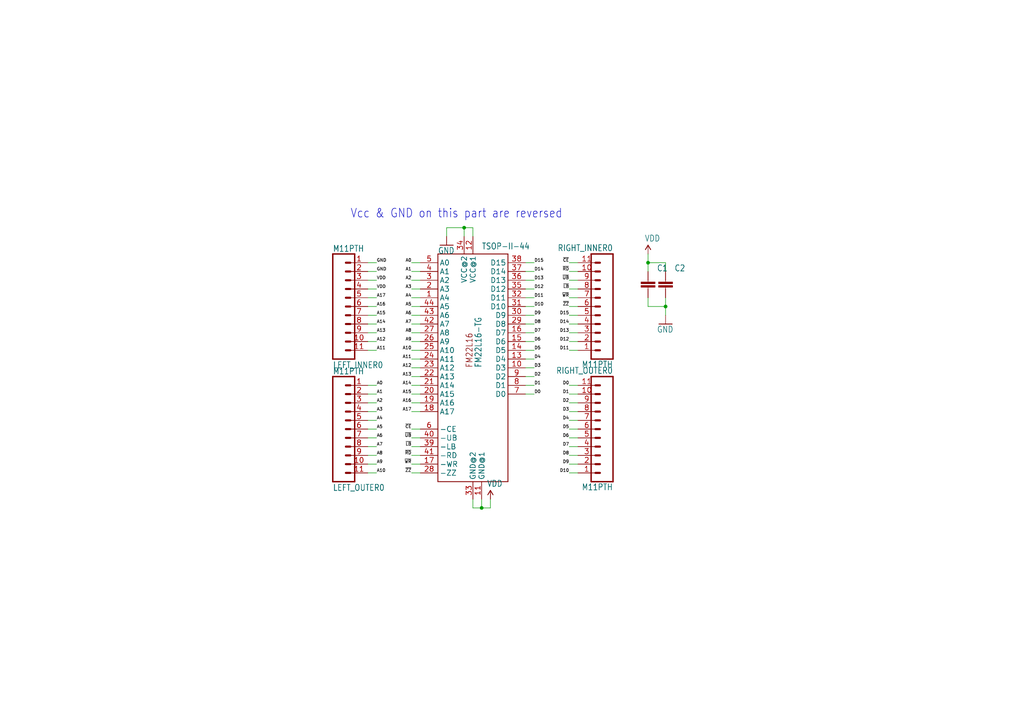
<source format=kicad_sch>
(kicad_sch (version 20250114) (generator "eeschema") (generator_version "9.0")
  (paper "A4")
  (lib_symbols
    (symbol "TSOP-II-44_v3-eagle-import:CAPACITOR_NPOL-0603"
      (property "Reference" "C" (at 2.54 5.08 0))
      (symbol "CAPACITOR_NPOL-0603_1_0"
        (rectangle (start -2.032 1.524) (end 2.032 2.032) (fill (type outline)))
        (rectangle (start -2.032 0.508) (end 2.032 1.016) (fill (type outline)))
        (polyline (pts (xy 0 2.54) (xy 0 2.032)) (stroke (width 0.1524)))
        (polyline (pts (xy 0 0) (xy 0 0.508)) (stroke (width 0.1524)))
        (pin passive line (at 0 5.08 270) (length 2.54) (name "1") (number "1"))
        (pin passive line (at 0 -2.54 90) (length 2.54) (name "2") (number "2"))
      )
    )
    (symbol "TSOP-II-44_v3-eagle-import:FM22L16-TG"
      (property "Reference" "IC" (at 2.54 24.13 0))
      (symbol "FM22L16-TG_1_0"
        (polyline (pts (xy -10.16 22.86) (xy -10.16 -43.18)) (stroke (width 0.254)))
        (polyline (pts (xy -10.16 -43.18) (xy 10.16 -43.18)) (stroke (width 0.254)))
        (polyline (pts (xy 10.16 22.86) (xy -10.16 22.86)) (stroke (width 0.254)))
        (polyline (pts (xy 10.16 -43.18) (xy 10.16 22.86)) (stroke (width 0.254)))
        (text "FM22L16" (at 0 -10.16 900) (effects (font (size 1.778 1.5113)) (justify left bottom)))
        (pin input line (at -15.24 20.32 0) (length 5.08) (name "A0") (number "5"))
        (pin input line (at -15.24 17.78 0) (length 5.08) (name "A1") (number "4"))
        (pin input line (at -15.24 15.24 0) (length 5.08) (name "A2") (number "3"))
        (pin input line (at -15.24 12.7 0) (length 5.08) (name "A3") (number "2"))
        (pin input line (at -15.24 10.16 0) (length 5.08) (name "A4") (number "1"))
        (pin input line (at -15.24 7.62 0) (length 5.08) (name "A5") (number "44"))
        (pin input line (at -15.24 5.08 0) (length 5.08) (name "A6") (number "43"))
        (pin input line (at -15.24 2.54 0) (length 5.08) (name "A7") (number "42"))
        (pin input line (at -15.24 0 0) (length 5.08) (name "A8") (number "27"))
        (pin input line (at -15.24 -2.54 0) (length 5.08) (name "A9") (number "26"))
        (pin input line (at -15.24 -5.08 0) (length 5.08) (name "A10") (number "25"))
        (pin input line (at -15.24 -7.62 0) (length 5.08) (name "A11") (number "24"))
        (pin input line (at -15.24 -10.16 0) (length 5.08) (name "A12") (number "23"))
        (pin input line (at -15.24 -12.7 0) (length 5.08) (name "A13") (number "22"))
        (pin input line (at -15.24 -15.24 0) (length 5.08) (name "A14") (number "21"))
        (pin input line (at -15.24 -17.78 0) (length 5.08) (name "A15") (number "20"))
        (pin input line (at -15.24 -20.32 0) (length 5.08) (name "A16") (number "19"))
        (pin input line (at -15.24 -22.86 0) (length 5.08) (name "A17") (number "18"))
        (pin input line (at -15.24 -27.94 0) (length 5.08) (name "-CE") (number "6"))
        (pin input line (at -15.24 -30.48 0) (length 5.08) (name "-UB") (number "40"))
        (pin input line (at -15.24 -33.02 0) (length 5.08) (name "-LB") (number "39"))
        (pin input line (at -15.24 -35.56 0) (length 5.08) (name "-RD") (number "41"))
        (pin input line (at -15.24 -38.1 0) (length 5.08) (name "-WR") (number "17"))
        (pin input line (at -15.24 -40.64 0) (length 5.08) (name "-ZZ") (number "28"))
        (pin power_in line (at -2.54 27.94 270) (length 5.08) (name "VCC@2") (number "34"))
        (pin power_in line (at 0 27.94 270) (length 5.08) (name "VCC@1") (number "12"))
        (pin power_in line (at 0 -48.26 90) (length 5.08) (name "GND@2") (number "33"))
        (pin power_in line (at 2.54 -48.26 90) (length 5.08) (name "GND@1") (number "11"))
        (pin bidirectional line (at 15.24 20.32 180) (length 5.08) (name "D15") (number "38"))
        (pin bidirectional line (at 15.24 17.78 180) (length 5.08) (name "D14") (number "37"))
        (pin bidirectional line (at 15.24 15.24 180) (length 5.08) (name "D13") (number "36"))
        (pin bidirectional line (at 15.24 12.7 180) (length 5.08) (name "D12") (number "35"))
        (pin bidirectional line (at 15.24 10.16 180) (length 5.08) (name "D11") (number "32"))
        (pin bidirectional line (at 15.24 7.62 180) (length 5.08) (name "D10") (number "31"))
        (pin bidirectional line (at 15.24 5.08 180) (length 5.08) (name "D9") (number "30"))
        (pin bidirectional line (at 15.24 2.54 180) (length 5.08) (name "D8") (number "29"))
        (pin bidirectional line (at 15.24 0 180) (length 5.08) (name "D7") (number "16"))
        (pin bidirectional line (at 15.24 -2.54 180) (length 5.08) (name "D6") (number "15"))
        (pin bidirectional line (at 15.24 -5.08 180) (length 5.08) (name "D5") (number "14"))
        (pin bidirectional line (at 15.24 -7.62 180) (length 5.08) (name "D4") (number "13"))
        (pin bidirectional line (at 15.24 -10.16 180) (length 5.08) (name "D3") (number "10"))
        (pin bidirectional line (at 15.24 -12.7 180) (length 5.08) (name "D2") (number "9"))
        (pin bidirectional line (at 15.24 -15.24 180) (length 5.08) (name "D1") (number "8"))
        (pin bidirectional line (at 15.24 -17.78 180) (length 5.08) (name "D0") (number "7"))
      )
    )
    (symbol "TSOP-II-44_v3-eagle-import:GND" (power)
      (symbol "GND_1_0"
        (polyline (pts (xy -1.905 0) (xy 1.905 0)) (stroke (width 0.254)))
        (pin power_in line (at 0 2.54 270) (length 2.54) (name "GND") (number "1"))
      )
    )
    (symbol "TSOP-II-44_v3-eagle-import:M11PTH"
      (property "Reference" "JP" (at 0 16.002 0))
      (symbol "M11PTH_1_0"
        (polyline (pts (xy 0 15.24) (xy 0 -15.24)) (stroke (width 0.4064)))
        (polyline (pts (xy 0 15.24) (xy 6.35 15.24)) (stroke (width 0.4064)))
        (polyline (pts (xy 3.81 12.7) (xy 5.08 12.7)) (stroke (width 0.6096)))
        (polyline (pts (xy 3.81 10.16) (xy 5.08 10.16)) (stroke (width 0.6096)))
        (polyline (pts (xy 3.81 7.62) (xy 5.08 7.62)) (stroke (width 0.6096)))
        (polyline (pts (xy 3.81 5.08) (xy 5.08 5.08)) (stroke (width 0.6096)))
        (polyline (pts (xy 3.81 2.54) (xy 5.08 2.54)) (stroke (width 0.6096)))
        (polyline (pts (xy 3.81 0) (xy 5.08 0)) (stroke (width 0.6096)))
        (polyline (pts (xy 3.81 -2.54) (xy 5.08 -2.54)) (stroke (width 0.6096)))
        (polyline (pts (xy 3.81 -5.08) (xy 5.08 -5.08)) (stroke (width 0.6096)))
        (polyline (pts (xy 3.81 -7.62) (xy 5.08 -7.62)) (stroke (width 0.6096)))
        (polyline (pts (xy 3.81 -10.16) (xy 5.08 -10.16)) (stroke (width 0.6096)))
        (polyline (pts (xy 3.81 -12.7) (xy 5.08 -12.7)) (stroke (width 0.6096)))
        (polyline (pts (xy 6.35 -15.24) (xy 0 -15.24)) (stroke (width 0.4064)))
        (polyline (pts (xy 6.35 -15.24) (xy 6.35 15.24)) (stroke (width 0.4064)))
        (pin passive line (at 10.16 12.7 180) (length 5.08) (name "11") (number "11"))
        (pin passive line (at 10.16 10.16 180) (length 5.08) (name "10") (number "10"))
        (pin passive line (at 10.16 7.62 180) (length 5.08) (name "9") (number "9"))
        (pin passive line (at 10.16 5.08 180) (length 5.08) (name "8") (number "8"))
        (pin passive line (at 10.16 2.54 180) (length 5.08) (name "7") (number "7"))
        (pin passive line (at 10.16 0 180) (length 5.08) (name "6") (number "6"))
        (pin passive line (at 10.16 -2.54 180) (length 5.08) (name "5") (number "5"))
        (pin passive line (at 10.16 -5.08 180) (length 5.08) (name "4") (number "4"))
        (pin passive line (at 10.16 -7.62 180) (length 5.08) (name "3") (number "3"))
        (pin passive line (at 10.16 -10.16 180) (length 5.08) (name "2") (number "2"))
        (pin passive line (at 10.16 -12.7 180) (length 5.08) (name "1") (number "1"))
      )
    )
    (symbol "TSOP-II-44_v3-eagle-import:VDD" (power)
      (symbol "VDD_1_0"
        (polyline (pts (xy 0 2.54) (xy -0.762 1.27)) (stroke (width 0.254)))
        (polyline (pts (xy 0.762 1.27) (xy 0 2.54)) (stroke (width 0.254)))
        (pin power_in line (at 0 0 90) (length 2.54) (name "VDD") (number "1"))
      )
    )
  )
  (text "Vcc & GND on this part are reversed~{}" (at 101.6 63.5 0) (effects (font (size 2.54 2.159)) (justify left bottom)))
  (junction (at 193.04 88.9))
  (junction (at 139.7 147.32))
  (junction (at 187.96 76.2))
  (junction (at 134.62 66.04))
  (wire (pts (xy 119.38 76.2) (xy 121.92 76.2)) (stroke (width 0.1524)))
  (wire (pts (xy 109.22 111.76) (xy 106.68 111.76)) (stroke (width 0.1524)))
  (wire (pts (xy 109.22 99.06) (xy 106.68 99.06)) (stroke (width 0.1524)))
  (wire (pts (xy 165.1 119.38) (xy 167.64 119.38)) (stroke (width 0.1524)))
  (wire (pts (xy 154.94 88.9) (xy 152.4 88.9)) (stroke (width 0.1524)))
  (wire (pts (xy 187.96 76.2) (xy 193.04 76.2)) (stroke (width 0.1524)))
  (wire (pts (xy 154.94 109.22) (xy 152.4 109.22)) (stroke (width 0.1524)))
  (wire (pts (xy 165.1 76.2) (xy 167.64 76.2)) (stroke (width 0.1524)))
  (wire (pts (xy 119.38 109.22) (xy 121.92 109.22)) (stroke (width 0.1524)))
  (wire (pts (xy 187.96 73.66) (xy 187.96 76.2)) (stroke (width 0.1524)))
  (wire (pts (xy 109.22 86.36) (xy 106.68 86.36)) (stroke (width 0.1524)))
  (wire (pts (xy 165.1 83.82) (xy 167.64 83.82)) (stroke (width 0.1524)))
  (wire (pts (xy 137.16 66.04) (xy 134.62 66.04)) (stroke (width 0.1524)))
  (wire (pts (xy 109.22 134.62) (xy 106.68 134.62)) (stroke (width 0.1524)))
  (wire (pts (xy 154.94 81.28) (xy 152.4 81.28)) (stroke (width 0.1524)))
  (wire (pts (xy 109.22 78.74) (xy 106.68 78.74)) (stroke (width 0.1524)))
  (wire (pts (xy 109.22 91.44) (xy 106.68 91.44)) (stroke (width 0.1524)))
  (wire (pts (xy 109.22 129.54) (xy 106.68 129.54)) (stroke (width 0.1524)))
  (wire (pts (xy 165.1 132.08) (xy 167.64 132.08)) (stroke (width 0.1524)))
  (wire (pts (xy 165.1 129.54) (xy 167.64 129.54)) (stroke (width 0.1524)))
  (wire (pts (xy 121.92 134.62) (xy 119.38 134.62)) (stroke (width 0.1524)))
  (wire (pts (xy 154.94 96.52) (xy 152.4 96.52)) (stroke (width 0.1524)))
  (wire (pts (xy 187.96 86.36) (xy 187.96 88.9)) (stroke (width 0.1524)))
  (wire (pts (xy 154.94 83.82) (xy 152.4 83.82)) (stroke (width 0.1524)))
  (wire (pts (xy 119.38 129.54) (xy 121.92 129.54)) (stroke (width 0.1524)))
  (wire (pts (xy 109.22 81.28) (xy 106.68 81.28)) (stroke (width 0.1524)))
  (wire (pts (xy 119.38 101.6) (xy 121.92 101.6)) (stroke (width 0.1524)))
  (wire (pts (xy 119.38 127) (xy 121.92 127)) (stroke (width 0.1524)))
  (wire (pts (xy 165.1 101.6) (xy 167.64 101.6)) (stroke (width 0.1524)))
  (wire (pts (xy 119.38 91.44) (xy 121.92 91.44)) (stroke (width 0.1524)))
  (wire (pts (xy 165.1 134.62) (xy 167.64 134.62)) (stroke (width 0.1524)))
  (wire (pts (xy 121.92 137.16) (xy 119.38 137.16)) (stroke (width 0.1524)))
  (wire (pts (xy 154.94 91.44) (xy 152.4 91.44)) (stroke (width 0.1524)))
  (wire (pts (xy 109.22 83.82) (xy 106.68 83.82)) (stroke (width 0.1524)))
  (wire (pts (xy 165.1 137.16) (xy 167.64 137.16)) (stroke (width 0.1524)))
  (wire (pts (xy 165.1 124.46) (xy 167.64 124.46)) (stroke (width 0.1524)))
  (wire (pts (xy 119.38 86.36) (xy 121.92 86.36)) (stroke (width 0.1524)))
  (wire (pts (xy 165.1 93.98) (xy 167.64 93.98)) (stroke (width 0.1524)))
  (wire (pts (xy 187.96 88.9) (xy 193.04 88.9)) (stroke (width 0.1524)))
  (wire (pts (xy 119.38 96.52) (xy 121.92 96.52)) (stroke (width 0.1524)))
  (wire (pts (xy 109.22 121.92) (xy 106.68 121.92)) (stroke (width 0.1524)))
  (wire (pts (xy 154.94 78.74) (xy 152.4 78.74)) (stroke (width 0.1524)))
  (wire (pts (xy 165.1 114.3) (xy 167.64 114.3)) (stroke (width 0.1524)))
  (wire (pts (xy 109.22 76.2) (xy 106.68 76.2)) (stroke (width 0.1524)))
  (wire (pts (xy 109.22 114.3) (xy 106.68 114.3)) (stroke (width 0.1524)))
  (wire (pts (xy 142.24 147.32) (xy 139.7 147.32)) (stroke (width 0.1524)))
  (wire (pts (xy 109.22 93.98) (xy 106.68 93.98)) (stroke (width 0.1524)))
  (wire (pts (xy 119.38 78.74) (xy 121.92 78.74)) (stroke (width 0.1524)))
  (wire (pts (xy 165.1 111.76) (xy 167.64 111.76)) (stroke (width 0.1524)))
  (wire (pts (xy 119.38 83.82) (xy 121.92 83.82)) (stroke (width 0.1524)))
  (wire (pts (xy 119.38 116.84) (xy 121.92 116.84)) (stroke (width 0.1524)))
  (wire (pts (xy 165.1 81.28) (xy 167.64 81.28)) (stroke (width 0.1524)))
  (wire (pts (xy 154.94 99.06) (xy 152.4 99.06)) (stroke (width 0.1524)))
  (wire (pts (xy 154.94 106.68) (xy 152.4 106.68)) (stroke (width 0.1524)))
  (wire (pts (xy 154.94 114.3) (xy 152.4 114.3)) (stroke (width 0.1524)))
  (wire (pts (xy 165.1 116.84) (xy 167.64 116.84)) (stroke (width 0.1524)))
  (wire (pts (xy 139.7 144.78) (xy 139.7 147.32)) (stroke (width 0.1524)))
  (wire (pts (xy 119.38 81.28) (xy 121.92 81.28)) (stroke (width 0.1524)))
  (wire (pts (xy 142.24 144.78) (xy 142.24 147.32)) (stroke (width 0.1524)))
  (wire (pts (xy 193.04 76.2) (xy 193.04 78.74)) (stroke (width 0.1524)))
  (wire (pts (xy 129.54 68.58) (xy 129.54 66.04)) (stroke (width 0.1524)))
  (wire (pts (xy 137.16 147.32) (xy 139.7 147.32)) (stroke (width 0.1524)))
  (wire (pts (xy 119.38 99.06) (xy 121.92 99.06)) (stroke (width 0.1524)))
  (wire (pts (xy 119.38 119.38) (xy 121.92 119.38)) (stroke (width 0.1524)))
  (wire (pts (xy 193.04 86.36) (xy 193.04 88.9)) (stroke (width 0.1524)))
  (wire (pts (xy 119.38 106.68) (xy 121.92 106.68)) (stroke (width 0.1524)))
  (wire (pts (xy 121.92 132.08) (xy 119.38 132.08)) (stroke (width 0.1524)))
  (wire (pts (xy 119.38 111.76) (xy 121.92 111.76)) (stroke (width 0.1524)))
  (wire (pts (xy 165.1 88.9) (xy 167.64 88.9)) (stroke (width 0.1524)))
  (wire (pts (xy 154.94 93.98) (xy 152.4 93.98)) (stroke (width 0.1524)))
  (wire (pts (xy 137.16 66.04) (xy 137.16 68.58)) (stroke (width 0.1524)))
  (wire (pts (xy 154.94 76.2) (xy 152.4 76.2)) (stroke (width 0.1524)))
  (wire (pts (xy 119.38 88.9) (xy 121.92 88.9)) (stroke (width 0.1524)))
  (wire (pts (xy 134.62 68.58) (xy 134.62 66.04)) (stroke (width 0.1524)))
  (wire (pts (xy 109.22 119.38) (xy 106.68 119.38)) (stroke (width 0.1524)))
  (wire (pts (xy 109.22 88.9) (xy 106.68 88.9)) (stroke (width 0.1524)))
  (wire (pts (xy 165.1 99.06) (xy 167.64 99.06)) (stroke (width 0.1524)))
  (wire (pts (xy 165.1 86.36) (xy 167.64 86.36)) (stroke (width 0.1524)))
  (wire (pts (xy 165.1 96.52) (xy 167.64 96.52)) (stroke (width 0.1524)))
  (wire (pts (xy 119.38 104.14) (xy 121.92 104.14)) (stroke (width 0.1524)))
  (wire (pts (xy 109.22 137.16) (xy 106.68 137.16)) (stroke (width 0.1524)))
  (wire (pts (xy 119.38 114.3) (xy 121.92 114.3)) (stroke (width 0.1524)))
  (wire (pts (xy 165.1 91.44) (xy 167.64 91.44)) (stroke (width 0.1524)))
  (wire (pts (xy 165.1 78.74) (xy 167.64 78.74)) (stroke (width 0.1524)))
  (wire (pts (xy 154.94 104.14) (xy 152.4 104.14)) (stroke (width 0.1524)))
  (wire (pts (xy 119.38 93.98) (xy 121.92 93.98)) (stroke (width 0.1524)))
  (wire (pts (xy 109.22 116.84) (xy 106.68 116.84)) (stroke (width 0.1524)))
  (wire (pts (xy 109.22 132.08) (xy 106.68 132.08)) (stroke (width 0.1524)))
  (wire (pts (xy 154.94 86.36) (xy 152.4 86.36)) (stroke (width 0.1524)))
  (wire (pts (xy 187.96 78.74) (xy 187.96 76.2)) (stroke (width 0.1524)))
  (wire (pts (xy 154.94 111.76) (xy 152.4 111.76)) (stroke (width 0.1524)))
  (wire (pts (xy 109.22 96.52) (xy 106.68 96.52)) (stroke (width 0.1524)))
  (wire (pts (xy 154.94 101.6) (xy 152.4 101.6)) (stroke (width 0.1524)))
  (wire (pts (xy 137.16 144.78) (xy 137.16 147.32)) (stroke (width 0.1524)))
  (wire (pts (xy 165.1 121.92) (xy 167.64 121.92)) (stroke (width 0.1524)))
  (wire (pts (xy 165.1 127) (xy 167.64 127)) (stroke (width 0.1524)))
  (wire (pts (xy 119.38 124.46) (xy 121.92 124.46)) (stroke (width 0.1524)))
  (wire (pts (xy 109.22 101.6) (xy 106.68 101.6)) (stroke (width 0.1524)))
  (wire (pts (xy 129.54 66.04) (xy 134.62 66.04)) (stroke (width 0.1524)))
  (wire (pts (xy 193.04 88.9) (xy 193.04 91.44)) (stroke (width 0.1524)))
  (wire (pts (xy 109.22 124.46) (xy 106.68 124.46)) (stroke (width 0.1524)))
  (wire (pts (xy 109.22 127) (xy 106.68 127)) (stroke (width 0.1524)))
  (label "~{LB}" (at 119.38 129.54 180) (effects (font (size 0.889 0.889))))
  (label "A12" (at 119.38 106.68 180) (effects (font (size 0.889 0.889))))
  (label "A11" (at 109.22 101.6 0) (effects (font (size 0.889 0.889))))
  (label "D12" (at 154.94 83.82 0) (effects (font (size 0.889 0.889))))
  (label "A8" (at 119.38 96.52 180) (effects (font (size 0.889 0.889))))
  (label "D1" (at 154.94 111.76 0) (effects (font (size 0.889 0.889))))
  (label "D15" (at 154.94 76.2 0) (effects (font (size 0.889 0.889))))
  (label "A6" (at 119.38 91.44 180) (effects (font (size 0.889 0.889))))
  (label "A7" (at 119.38 93.98 180) (effects (font (size 0.889 0.889))))
  (label "D4" (at 165.1 121.92 180) (effects (font (size 0.889 0.889))))
  (label "D14" (at 154.94 78.74 0) (effects (font (size 0.889 0.889))))
  (label "D9" (at 154.94 91.44 0) (effects (font (size 0.889 0.889))))
  (label "D14" (at 165.1 93.98 180) (effects (font (size 0.889 0.889))))
  (label "A3" (at 119.38 83.82 180) (effects (font (size 0.889 0.889))))
  (label "VDD" (at 109.22 83.82 0) (effects (font (size 0.889 0.889))))
  (label "D12" (at 165.1 99.06 180) (effects (font (size 0.889 0.889))))
  (label "~{WR}" (at 165.1 86.36 180) (effects (font (size 0.889 0.889))))
  (label "D4" (at 154.94 104.14 0) (effects (font (size 0.889 0.889))))
  (label "A9" (at 109.22 134.62 0) (effects (font (size 0.889 0.889))))
  (label "A17" (at 109.22 86.36 0) (effects (font (size 0.889 0.889))))
  (label "~{ZZ}" (at 165.1 88.9 180) (effects (font (size 0.889 0.889))))
  (label "A4" (at 119.38 86.36 180) (effects (font (size 0.889 0.889))))
  (label "D0" (at 165.1 111.76 180) (effects (font (size 0.889 0.889))))
  (label "A0" (at 109.22 111.76 0) (effects (font (size 0.889 0.889))))
  (label "A5" (at 109.22 124.46 0) (effects (font (size 0.889 0.889))))
  (label "D5" (at 154.94 101.6 0) (effects (font (size 0.889 0.889))))
  (label "~{UB}" (at 119.38 127 180) (effects (font (size 0.889 0.889))))
  (label "~{RD}" (at 165.1 78.74 180) (effects (font (size 0.889 0.889))))
  (label "~{RD}" (at 119.38 132.08 180) (effects (font (size 0.889 0.889))))
  (label "D3" (at 165.1 119.38 180) (effects (font (size 0.889 0.889))))
  (label "A14" (at 109.22 93.98 0) (effects (font (size 0.889 0.889))))
  (label "A8" (at 109.22 132.08 0) (effects (font (size 0.889 0.889))))
  (label "A2" (at 109.22 116.84 0) (effects (font (size 0.889 0.889))))
  (label "D10" (at 165.1 137.16 180) (effects (font (size 0.889 0.889))))
  (label "A4" (at 109.22 121.92 0) (effects (font (size 0.889 0.889))))
  (label "A15" (at 119.38 114.3 180) (effects (font (size 0.889 0.889))))
  (label "D15" (at 165.1 91.44 180) (effects (font (size 0.889 0.889))))
  (label "A16" (at 109.22 88.9 0) (effects (font (size 0.889 0.889))))
  (label "D1" (at 165.1 114.3 180) (effects (font (size 0.889 0.889))))
  (label "A6" (at 109.22 127 0) (effects (font (size 0.889 0.889))))
  (label "A10" (at 119.38 101.6 180) (effects (font (size 0.889 0.889))))
  (label "A2" (at 119.38 81.28 180) (effects (font (size 0.889 0.889))))
  (label "VDD" (at 109.22 81.28 0) (effects (font (size 0.889 0.889))))
  (label "~{WR}" (at 119.38 134.62 180) (effects (font (size 0.889 0.889))))
  (label "D2" (at 154.94 109.22 0) (effects (font (size 0.889 0.889))))
  (label "D11" (at 165.1 101.6 180) (effects (font (size 0.889 0.889))))
  (label "D8" (at 154.94 93.98 0) (effects (font (size 0.889 0.889))))
  (label "D3" (at 154.94 106.68 0) (effects (font (size 0.889 0.889))))
  (label "GND" (at 109.22 78.74 0) (effects (font (size 0.889 0.889))))
  (label "~{LB}" (at 165.1 83.82 180) (effects (font (size 0.889 0.889))))
  (label "D6" (at 165.1 127 180) (effects (font (size 0.889 0.889))))
  (label "D7" (at 165.1 129.54 180) (effects (font (size 0.889 0.889))))
  (label "~{CE}" (at 165.1 76.2 180) (effects (font (size 0.889 0.889))))
  (label "A9" (at 119.38 99.06 180) (effects (font (size 0.889 0.889))))
  (label "A17" (at 119.38 119.38 180) (effects (font (size 0.889 0.889))))
  (label "D9" (at 165.1 134.62 180) (effects (font (size 0.889 0.889))))
  (label "~{ZZ}" (at 119.38 137.16 180) (effects (font (size 0.889 0.889))))
  (label "D0" (at 154.94 114.3 0) (effects (font (size 0.889 0.889))))
  (label "A3" (at 109.22 119.38 0) (effects (font (size 0.889 0.889))))
  (label "A16" (at 119.38 116.84 180) (effects (font (size 0.889 0.889))))
  (label "A13" (at 119.38 109.22 180) (effects (font (size 0.889 0.889))))
  (label "D11" (at 154.94 86.36 0) (effects (font (size 0.889 0.889))))
  (label "A11" (at 119.38 104.14 180) (effects (font (size 0.889 0.889))))
  (label "A5" (at 119.38 88.9 180) (effects (font (size 0.889 0.889))))
  (label "A7" (at 109.22 129.54 0) (effects (font (size 0.889 0.889))))
  (label "A0" (at 119.38 76.2 180) (effects (font (size 0.889 0.889))))
  (label "~{CE}" (at 119.38 124.46 180) (effects (font (size 0.889 0.889))))
  (label "GND" (at 109.22 76.2 0) (effects (font (size 0.889 0.889))))
  (label "A13" (at 109.22 96.52 0) (effects (font (size 0.889 0.889))))
  (label "D5" (at 165.1 124.46 180) (effects (font (size 0.889 0.889))))
  (label "D13" (at 165.1 96.52 180) (effects (font (size 0.889 0.889))))
  (label "D13" (at 154.94 81.28 0) (effects (font (size 0.889 0.889))))
  (label "A14" (at 119.38 111.76 180) (effects (font (size 0.889 0.889))))
  (label "D10" (at 154.94 88.9 0) (effects (font (size 0.889 0.889))))
  (label "~{UB}" (at 165.1 81.28 180) (effects (font (size 0.889 0.889))))
  (label "A1" (at 119.38 78.74 180) (effects (font (size 0.889 0.889))))
  (label "D6" (at 154.94 99.06 0) (effects (font (size 0.889 0.889))))
  (label "D7" (at 154.94 96.52 0) (effects (font (size 0.889 0.889))))
  (label "D2" (at 165.1 116.84 180) (effects (font (size 0.889 0.889))))
  (label "A10" (at 109.22 137.16 0) (effects (font (size 0.889 0.889))))
  (label "A12" (at 109.22 99.06 0) (effects (font (size 0.889 0.889))))
  (label "D8" (at 165.1 132.08 180) (effects (font (size 0.889 0.889))))
  (label "A15" (at 109.22 91.44 0) (effects (font (size 0.889 0.889))))
  (label "A1" (at 109.22 114.3 0) (effects (font (size 0.889 0.889))))
  (symbol (lib_id "TSOP-II-44_v3-eagle-import:M11PTH") (at 96.52 124.46 0) (mirror x) (unit 1)
    (property "Reference" "LEFT_OUTER0" (at 96.52 140.462 0) (effects (font (size 1.778 1.5113)) (justify left bottom)))
    (property "Value" "M11PTH" (at 96.52 106.68 0) (effects (font (size 1.778 1.5113)) (justify left bottom)))
    (property "Footprint" "TSOP-II-44_v3:1X11" (effects (hide yes)))
  )
  (symbol (lib_id "TSOP-II-44_v3-eagle-import:VDD") (at 142.24 144.78 0) (unit 1)
    (property "Reference" "#SUPPLY1" (effects (hide yes)))
    (property "Value" "VDD" (at 141.224 141.224 0) (effects (font (size 1.778 1.5113)) (justify left bottom)))
  )
  (symbol (lib_id "TSOP-II-44_v3-eagle-import:M11PTH") (at 177.8 124.46 0) (mirror y) (unit 1)
    (property "Reference" "RIGHT_OUTER0" (at 177.8 108.458 0) (effects (font (size 1.778 1.5113)) (justify left bottom)))
    (property "Value" "M11PTH" (at 177.8 142.24 0) (effects (font (size 1.778 1.5113)) (justify left bottom)))
    (property "Footprint" "TSOP-II-44_v3:1X11" (effects (hide yes)))
  )
  (symbol (lib_id "TSOP-II-44_v3-eagle-import:CAPACITOR_NPOL-0603") (at 187.96 83.82 0) (unit 1)
    (property "Reference" "C1" (at 190.5 78.74 0) (effects (font (size 1.778 1.5113)) (justify left bottom)))
    (property "Value" "CAPACITOR_NPOL-0603" (effects (hide yes)))
    (property "Footprint" "TSOP-II-44_v3:C603" (effects (hide yes)))
  )
  (symbol (lib_id "TSOP-II-44_v3-eagle-import:M11PTH") (at 177.8 88.9 0) (mirror y) (unit 1)
    (property "Reference" "RIGHT_INNER0" (at 177.8 72.898 0) (effects (font (size 1.778 1.5113)) (justify left bottom)))
    (property "Value" "M11PTH" (at 177.8 106.68 0) (effects (font (size 1.778 1.5113)) (justify left bottom)))
    (property "Footprint" "TSOP-II-44_v3:1X11" (effects (hide yes)))
  )
  (symbol (lib_id "TSOP-II-44_v3-eagle-import:M11PTH") (at 96.52 88.9 0) (mirror x) (unit 1)
    (property "Reference" "LEFT_INNER0" (at 96.52 104.902 0) (effects (font (size 1.778 1.5113)) (justify left bottom)))
    (property "Value" "M11PTH" (at 96.52 71.12 0) (effects (font (size 1.778 1.5113)) (justify left bottom)))
    (property "Footprint" "TSOP-II-44_v3:1X11" (effects (hide yes)))
  )
  (symbol (lib_id "TSOP-II-44_v3-eagle-import:GND") (at 129.54 71.12 0) (unit 1)
    (property "Reference" "#GND1" (effects (hide yes)))
    (property "Value" "GND" (at 127 73.66 0) (effects (font (size 1.778 1.5113)) (justify left bottom)))
  )
  (symbol (lib_id "TSOP-II-44_v3-eagle-import:CAPACITOR_NPOL-0603") (at 193.04 83.82 0) (unit 1)
    (property "Reference" "C2" (at 195.58 78.74 0) (effects (font (size 1.778 1.5113)) (justify left bottom)))
    (property "Value" "CAPACITOR_NPOL-0603" (effects (hide yes)))
    (property "Footprint" "TSOP-II-44_v3:C603" (effects (hide yes)))
  )
  (symbol (lib_id "TSOP-II-44_v3-eagle-import:FM22L16-TG") (at 137.16 96.52 0) (unit 1)
    (property "Reference" "TSOP-II-44" (at 139.7 72.39 0) (effects (font (size 1.778 1.5113)) (justify left bottom)))
    (property "Value" "FM22L16-TG" (at 139.7 106.68 90) (effects (font (size 1.778 1.5113)) (justify left bottom)))
    (property "Footprint" "TSOP-II-44_v3:TSOPII-44" (effects (hide yes)))
  )
  (symbol (lib_id "TSOP-II-44_v3-eagle-import:VDD") (at 187.96 73.66 0) (unit 1)
    (property "Reference" "#SUPPLY2" (effects (hide yes)))
    (property "Value" "VDD" (at 186.944 70.104 0) (effects (font (size 1.778 1.5113)) (justify left bottom)))
  )
  (symbol (lib_id "TSOP-II-44_v3-eagle-import:GND") (at 193.04 93.98 0) (unit 1)
    (property "Reference" "#GND2" (effects (hide yes)))
    (property "Value" "GND" (at 190.5 96.52 0) (effects (font (size 1.778 1.5113)) (justify left bottom)))
  )
)
</source>
